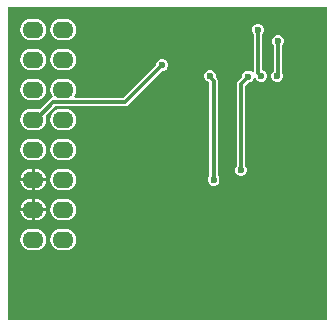
<source format=gbl>
G04*
G04 #@! TF.GenerationSoftware,Altium Limited,Altium Designer,23.5.1 (21)*
G04*
G04 Layer_Physical_Order=2*
G04 Layer_Color=16711680*
%FSLAX44Y44*%
%MOMM*%
G71*
G04*
G04 #@! TF.SameCoordinates,BAE598E1-DFF8-4769-8F25-E61B10B1D6D2*
G04*
G04*
G04 #@! TF.FilePolarity,Positive*
G04*
G01*
G75*
%ADD28C,0.3000*%
%ADD30O,1.8000X1.4000*%
%ADD31C,0.6000*%
G36*
X272410Y2590D02*
X2590D01*
Y267410D01*
X272410D01*
Y2590D01*
D02*
G37*
%LPC*%
G36*
X51453Y257573D02*
X47453D01*
X45104Y257264D01*
X42914Y256357D01*
X41034Y254914D01*
X39592Y253034D01*
X38685Y250845D01*
X38375Y248496D01*
X38685Y246146D01*
X39592Y243957D01*
X41034Y242077D01*
X42914Y240634D01*
X45104Y239727D01*
X47453Y239418D01*
X51453D01*
X53802Y239727D01*
X55992Y240634D01*
X57872Y242077D01*
X59314Y243957D01*
X60221Y246146D01*
X60531Y248496D01*
X60221Y250845D01*
X59314Y253034D01*
X57872Y254914D01*
X55992Y256357D01*
X53802Y257264D01*
X51453Y257573D01*
D02*
G37*
G36*
X26053D02*
X22053D01*
X19704Y257264D01*
X17514Y256357D01*
X15634Y254914D01*
X14192Y253034D01*
X13285Y250845D01*
X12975Y248496D01*
X13285Y246146D01*
X14192Y243957D01*
X15634Y242077D01*
X17514Y240634D01*
X19704Y239727D01*
X22053Y239418D01*
X26053D01*
X28403Y239727D01*
X30592Y240634D01*
X32472Y242077D01*
X33914Y243957D01*
X34821Y246146D01*
X35131Y248496D01*
X34821Y250845D01*
X33914Y253034D01*
X32472Y254914D01*
X30592Y256357D01*
X28403Y257264D01*
X26053Y257573D01*
D02*
G37*
G36*
X51453Y232173D02*
X47453D01*
X45104Y231864D01*
X42914Y230957D01*
X41034Y229514D01*
X39592Y227634D01*
X38685Y225445D01*
X38375Y223095D01*
X38685Y220746D01*
X39592Y218557D01*
X41034Y216677D01*
X42914Y215234D01*
X45104Y214327D01*
X47453Y214018D01*
X51453D01*
X53802Y214327D01*
X55992Y215234D01*
X57872Y216677D01*
X59314Y218557D01*
X60221Y220746D01*
X60531Y223095D01*
X60221Y225445D01*
X59314Y227634D01*
X57872Y229514D01*
X55992Y230957D01*
X53802Y231864D01*
X51453Y232173D01*
D02*
G37*
G36*
X26053D02*
X22053D01*
X19704Y231864D01*
X17514Y230957D01*
X15634Y229514D01*
X14192Y227634D01*
X13285Y225445D01*
X12975Y223095D01*
X13285Y220746D01*
X14192Y218557D01*
X15634Y216677D01*
X17514Y215234D01*
X19704Y214327D01*
X22053Y214018D01*
X26053D01*
X28403Y214327D01*
X30592Y215234D01*
X32472Y216677D01*
X33914Y218557D01*
X34821Y220746D01*
X35131Y223095D01*
X34821Y225445D01*
X33914Y227634D01*
X32472Y229514D01*
X30592Y230957D01*
X28403Y231864D01*
X26053Y232173D01*
D02*
G37*
G36*
X215250Y253496D02*
X213260D01*
X211423Y252734D01*
X210016Y251328D01*
X209255Y249490D01*
Y247501D01*
X210016Y245663D01*
X210686Y244993D01*
Y213116D01*
X209416Y212590D01*
X208871Y213136D01*
X207033Y213897D01*
X205044D01*
X203206Y213136D01*
X201800Y211729D01*
X201038Y209892D01*
Y208293D01*
X197477Y204731D01*
X196703Y203573D01*
X196431Y202208D01*
Y133003D01*
X195761Y132332D01*
X195000Y130495D01*
Y128505D01*
X195761Y126668D01*
X197168Y125261D01*
X199005Y124500D01*
X200994D01*
X202832Y125261D01*
X204239Y126668D01*
X205000Y128505D01*
Y130495D01*
X204239Y132332D01*
X203569Y133003D01*
Y200729D01*
X206736Y203897D01*
X207033D01*
X208871Y204658D01*
X210277Y206065D01*
X210905Y207581D01*
X212090Y207729D01*
X212227Y207707D01*
X212761Y206418D01*
X214168Y205011D01*
X216005Y204250D01*
X217995D01*
X219832Y205011D01*
X221239Y206418D01*
X222000Y208255D01*
Y210245D01*
X221239Y212082D01*
X219832Y213489D01*
X217995Y214250D01*
X217824D01*
Y244993D01*
X218494Y245663D01*
X219255Y247501D01*
Y249490D01*
X218494Y251328D01*
X217087Y252734D01*
X215250Y253496D01*
D02*
G37*
G36*
X232245Y243713D02*
X230256D01*
X228418Y242952D01*
X227011Y241545D01*
X226250Y239707D01*
Y237718D01*
X227011Y235881D01*
X227682Y235210D01*
Y213494D01*
X227668Y213489D01*
X226261Y212082D01*
X225500Y210245D01*
Y208255D01*
X226261Y206418D01*
X227668Y205011D01*
X229506Y204250D01*
X231495D01*
X233332Y205011D01*
X234739Y206418D01*
X235500Y208255D01*
Y210245D01*
X234819Y211890D01*
Y235210D01*
X235489Y235881D01*
X236250Y237718D01*
Y239707D01*
X235489Y241545D01*
X234082Y242952D01*
X232245Y243713D01*
D02*
G37*
G36*
X134245Y223500D02*
X132255D01*
X130418Y222739D01*
X129011Y221332D01*
X128250Y219495D01*
Y218547D01*
X100467Y190764D01*
X59079D01*
X58453Y192034D01*
X59314Y193157D01*
X60221Y195346D01*
X60531Y197696D01*
X60221Y200045D01*
X59314Y202234D01*
X57872Y204114D01*
X55992Y205557D01*
X53802Y206464D01*
X51453Y206773D01*
X47453D01*
X45104Y206464D01*
X42914Y205557D01*
X41034Y204114D01*
X39592Y202234D01*
X38685Y200045D01*
X38375Y197696D01*
X38685Y195346D01*
X39592Y193157D01*
X40503Y191969D01*
X39976Y190570D01*
X39587Y190492D01*
X38430Y189719D01*
X29373Y180662D01*
X28403Y181064D01*
X26053Y181373D01*
X22053D01*
X19704Y181064D01*
X17514Y180157D01*
X15634Y178714D01*
X14192Y176834D01*
X13285Y174645D01*
X12975Y172295D01*
X13285Y169946D01*
X14192Y167757D01*
X15634Y165877D01*
X17514Y164434D01*
X19704Y163527D01*
X22053Y163218D01*
X26053D01*
X28403Y163527D01*
X30592Y164434D01*
X32472Y165877D01*
X33914Y167757D01*
X34821Y169946D01*
X35131Y172295D01*
X34821Y174645D01*
X34420Y175615D01*
X42431Y183627D01*
X101945D01*
X103311Y183899D01*
X104469Y184672D01*
X133297Y213500D01*
X134245D01*
X136082Y214261D01*
X137489Y215668D01*
X138250Y217505D01*
Y219495D01*
X137489Y221332D01*
X136082Y222739D01*
X134245Y223500D01*
D02*
G37*
G36*
X26053Y206773D02*
X22053D01*
X19704Y206464D01*
X17514Y205557D01*
X15634Y204114D01*
X14192Y202234D01*
X13285Y200045D01*
X12975Y197696D01*
X13285Y195346D01*
X14192Y193157D01*
X15634Y191277D01*
X17514Y189834D01*
X19704Y188927D01*
X22053Y188618D01*
X26053D01*
X28403Y188927D01*
X30592Y189834D01*
X32472Y191277D01*
X33914Y193157D01*
X34821Y195346D01*
X35131Y197696D01*
X34821Y200045D01*
X33914Y202234D01*
X32472Y204114D01*
X30592Y205557D01*
X28403Y206464D01*
X26053Y206773D01*
D02*
G37*
G36*
X51453Y181373D02*
X47453D01*
X45104Y181064D01*
X42914Y180157D01*
X41034Y178714D01*
X39592Y176834D01*
X38685Y174645D01*
X38375Y172295D01*
X38685Y169946D01*
X39592Y167757D01*
X41034Y165877D01*
X42914Y164434D01*
X45104Y163527D01*
X47453Y163218D01*
X51453D01*
X53802Y163527D01*
X55992Y164434D01*
X57872Y165877D01*
X59314Y167757D01*
X60221Y169946D01*
X60531Y172295D01*
X60221Y174645D01*
X59314Y176834D01*
X57872Y178714D01*
X55992Y180157D01*
X53802Y181064D01*
X51453Y181373D01*
D02*
G37*
G36*
Y155973D02*
X47453D01*
X45104Y155664D01*
X42914Y154757D01*
X41034Y153314D01*
X39592Y151434D01*
X38685Y149245D01*
X38375Y146896D01*
X38685Y144546D01*
X39592Y142357D01*
X41034Y140477D01*
X42914Y139034D01*
X45104Y138127D01*
X47453Y137818D01*
X51453D01*
X53802Y138127D01*
X55992Y139034D01*
X57872Y140477D01*
X59314Y142357D01*
X60221Y144546D01*
X60531Y146896D01*
X60221Y149245D01*
X59314Y151434D01*
X57872Y153314D01*
X55992Y154757D01*
X53802Y155664D01*
X51453Y155973D01*
D02*
G37*
G36*
X26053D02*
X22053D01*
X19704Y155664D01*
X17514Y154757D01*
X15634Y153314D01*
X14192Y151434D01*
X13285Y149245D01*
X12975Y146896D01*
X13285Y144546D01*
X14192Y142357D01*
X15634Y140477D01*
X17514Y139034D01*
X19704Y138127D01*
X22053Y137818D01*
X26053D01*
X28403Y138127D01*
X30592Y139034D01*
X32472Y140477D01*
X33914Y142357D01*
X34821Y144546D01*
X35131Y146896D01*
X34821Y149245D01*
X33914Y151434D01*
X32472Y153314D01*
X30592Y154757D01*
X28403Y155664D01*
X26053Y155973D01*
D02*
G37*
G36*
Y130573D02*
X25303D01*
Y122746D01*
X34966D01*
X34821Y123845D01*
X33914Y126034D01*
X32472Y127914D01*
X30592Y129357D01*
X28403Y130264D01*
X26053Y130573D01*
D02*
G37*
G36*
X22803D02*
X22053D01*
X19704Y130264D01*
X17514Y129357D01*
X15634Y127914D01*
X14192Y126034D01*
X13285Y123845D01*
X13140Y122746D01*
X22803D01*
Y130573D01*
D02*
G37*
G36*
X174626Y214250D02*
X172637D01*
X170799Y213489D01*
X169392Y212082D01*
X168631Y210245D01*
Y208255D01*
X169392Y206418D01*
X170799Y205011D01*
X172637Y204250D01*
X172773D01*
X173062Y203961D01*
Y124998D01*
X172391Y124328D01*
X171630Y122490D01*
Y120501D01*
X172391Y118663D01*
X173798Y117257D01*
X175636Y116496D01*
X177625D01*
X179462Y117257D01*
X180869Y118663D01*
X181630Y120501D01*
Y122490D01*
X180869Y124328D01*
X180199Y124998D01*
Y205439D01*
X179927Y206805D01*
X179153Y207963D01*
X178631Y208485D01*
Y210245D01*
X177870Y212082D01*
X176463Y213489D01*
X174626Y214250D01*
D02*
G37*
G36*
X51453Y130573D02*
X47453D01*
X45104Y130264D01*
X42914Y129357D01*
X41034Y127914D01*
X39592Y126034D01*
X38685Y123845D01*
X38375Y121496D01*
X38685Y119146D01*
X39592Y116957D01*
X41034Y115077D01*
X42914Y113634D01*
X45104Y112727D01*
X47453Y112418D01*
X51453D01*
X53802Y112727D01*
X55992Y113634D01*
X57872Y115077D01*
X59314Y116957D01*
X60221Y119146D01*
X60531Y121496D01*
X60221Y123845D01*
X59314Y126034D01*
X57872Y127914D01*
X55992Y129357D01*
X53802Y130264D01*
X51453Y130573D01*
D02*
G37*
G36*
X34966Y120246D02*
X25303D01*
Y112418D01*
X26053D01*
X28403Y112727D01*
X30592Y113634D01*
X32472Y115077D01*
X33914Y116957D01*
X34821Y119146D01*
X34966Y120246D01*
D02*
G37*
G36*
X22803D02*
X13140D01*
X13285Y119146D01*
X14192Y116957D01*
X15634Y115077D01*
X17514Y113634D01*
X19704Y112727D01*
X22053Y112418D01*
X22803D01*
Y120246D01*
D02*
G37*
G36*
X26053Y105173D02*
X25303D01*
Y97346D01*
X34966D01*
X34821Y98445D01*
X33914Y100634D01*
X32472Y102514D01*
X30592Y103957D01*
X28403Y104864D01*
X26053Y105173D01*
D02*
G37*
G36*
X22803D02*
X22053D01*
X19704Y104864D01*
X17514Y103957D01*
X15634Y102514D01*
X14192Y100634D01*
X13285Y98445D01*
X13140Y97346D01*
X22803D01*
Y105173D01*
D02*
G37*
G36*
X51453D02*
X47453D01*
X45104Y104864D01*
X42914Y103957D01*
X41034Y102514D01*
X39592Y100634D01*
X38685Y98445D01*
X38375Y96096D01*
X38685Y93746D01*
X39592Y91557D01*
X41034Y89677D01*
X42914Y88234D01*
X45104Y87327D01*
X47453Y87018D01*
X51453D01*
X53802Y87327D01*
X55992Y88234D01*
X57872Y89677D01*
X59314Y91557D01*
X60221Y93746D01*
X60531Y96096D01*
X60221Y98445D01*
X59314Y100634D01*
X57872Y102514D01*
X55992Y103957D01*
X53802Y104864D01*
X51453Y105173D01*
D02*
G37*
G36*
X34966Y94846D02*
X25303D01*
Y87018D01*
X26053D01*
X28403Y87327D01*
X30592Y88234D01*
X32472Y89677D01*
X33914Y91557D01*
X34821Y93746D01*
X34966Y94846D01*
D02*
G37*
G36*
X22803D02*
X13140D01*
X13285Y93746D01*
X14192Y91557D01*
X15634Y89677D01*
X17514Y88234D01*
X19704Y87327D01*
X22053Y87018D01*
X22803D01*
Y94846D01*
D02*
G37*
G36*
X51453Y79773D02*
X47453D01*
X45104Y79464D01*
X42914Y78557D01*
X41034Y77114D01*
X39592Y75234D01*
X38685Y73045D01*
X38375Y70696D01*
X38685Y68346D01*
X39592Y66157D01*
X41034Y64277D01*
X42914Y62834D01*
X45104Y61927D01*
X47453Y61618D01*
X51453D01*
X53802Y61927D01*
X55992Y62834D01*
X57872Y64277D01*
X59314Y66157D01*
X60221Y68346D01*
X60531Y70696D01*
X60221Y73045D01*
X59314Y75234D01*
X57872Y77114D01*
X55992Y78557D01*
X53802Y79464D01*
X51453Y79773D01*
D02*
G37*
G36*
X26053D02*
X22053D01*
X19704Y79464D01*
X17514Y78557D01*
X15634Y77114D01*
X14192Y75234D01*
X13285Y73045D01*
X12975Y70696D01*
X13285Y68346D01*
X14192Y66157D01*
X15634Y64277D01*
X17514Y62834D01*
X19704Y61927D01*
X22053Y61618D01*
X26053D01*
X28403Y61927D01*
X30592Y62834D01*
X32472Y64277D01*
X33914Y66157D01*
X34821Y68346D01*
X35131Y70696D01*
X34821Y73045D01*
X33914Y75234D01*
X32472Y77114D01*
X30592Y78557D01*
X28403Y79464D01*
X26053Y79773D01*
D02*
G37*
%LPD*%
D28*
X24053Y172295D02*
X26053D01*
X40953Y187195D01*
X101945D01*
X133250Y218500D01*
X200000Y202208D02*
X206038Y208246D01*
X200000Y129500D02*
Y202208D01*
X206038Y208246D02*
Y208897D01*
X176630Y121496D02*
Y205439D01*
X173631Y208438D02*
X176630Y205439D01*
X173631Y208438D02*
Y209250D01*
X231250Y210000D02*
Y238713D01*
X230500Y209250D02*
X231250Y210000D01*
X214255Y211995D02*
Y248496D01*
Y211995D02*
X217000Y209250D01*
D30*
X24053Y70696D02*
D03*
Y96096D02*
D03*
Y121496D02*
D03*
Y146896D02*
D03*
Y172295D02*
D03*
Y197696D02*
D03*
Y223095D02*
D03*
Y248496D02*
D03*
X49453Y70696D02*
D03*
Y96096D02*
D03*
Y121496D02*
D03*
Y146896D02*
D03*
Y172295D02*
D03*
Y197696D02*
D03*
Y223095D02*
D03*
Y248496D02*
D03*
D31*
X133250Y218500D02*
D03*
X206038Y208897D02*
D03*
X173631Y209250D02*
D03*
X200000Y129500D02*
D03*
X176630Y121496D02*
D03*
X230500Y209250D02*
D03*
X231250Y238713D02*
D03*
X217000Y209250D02*
D03*
X214255Y248496D02*
D03*
M02*

</source>
